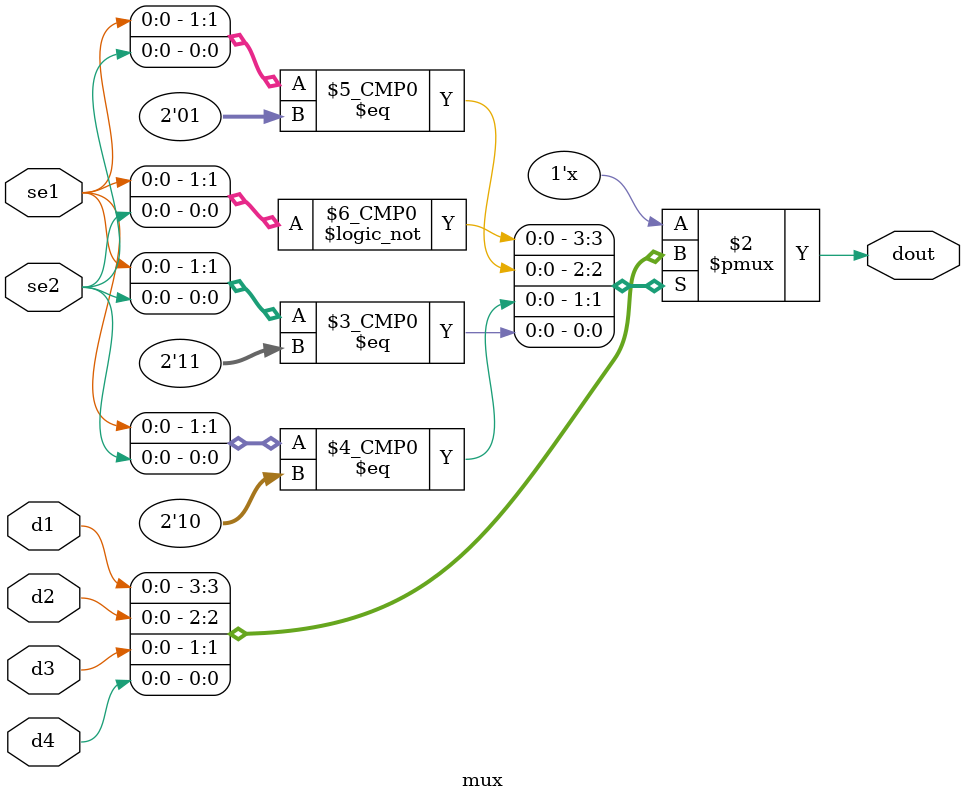
<source format=v>
`timescale 1ns / 1ps
module mux(d1, d2, d3, d4, se1, se2, dout);
input d1, d2, d3, d4;
input se1, se2;
output reg dout;

always @(d1 or d2 or d3 or d4 or se1 or se2)
case({se1,se2})
2'b00 : dout=d1;
2'b01 : dout=d2;
2'b10 : dout=d3;
2'b11 : dout=d4;
endcase
endmodule

</source>
